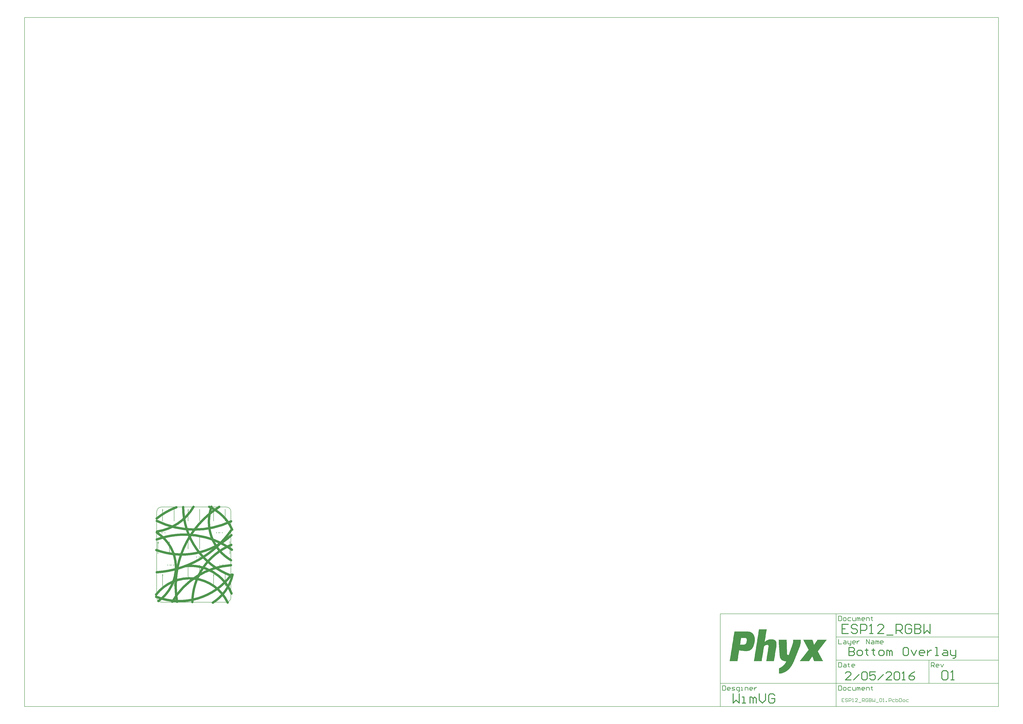
<source format=gbo>
G04 Layer_Color=32896*
%FSLAX25Y25*%
%MOIN*%
G70*
G01*
G75*
%ADD10C,0.00591*%
%ADD11C,0.00787*%
%ADD12C,0.00984*%
%ADD40C,0.01575*%
%ADD84C,0.03937*%
G36*
X1093521Y-64032D02*
Y-64318D01*
Y-64605D01*
Y-64891D01*
Y-65177D01*
Y-65464D01*
Y-65750D01*
Y-66036D01*
Y-66322D01*
Y-66609D01*
Y-66895D01*
Y-67181D01*
Y-67468D01*
Y-67754D01*
Y-68040D01*
Y-68327D01*
Y-68613D01*
Y-68899D01*
Y-69186D01*
Y-69472D01*
Y-69758D01*
X1093234D01*
Y-70044D01*
Y-70331D01*
Y-70617D01*
Y-70903D01*
Y-71190D01*
X1092948D01*
Y-71476D01*
Y-71762D01*
Y-72049D01*
Y-72335D01*
X1092662D01*
Y-72621D01*
Y-72908D01*
Y-73194D01*
Y-73480D01*
X1092375D01*
Y-73767D01*
Y-74053D01*
Y-74339D01*
X1092089D01*
Y-74625D01*
Y-74912D01*
Y-75198D01*
X1091803D01*
Y-75485D01*
Y-75771D01*
Y-76057D01*
X1091516D01*
Y-76343D01*
Y-76630D01*
Y-76916D01*
X1091230D01*
Y-77202D01*
Y-77489D01*
X1090944D01*
Y-77775D01*
Y-78061D01*
X1090657D01*
Y-78348D01*
Y-78634D01*
Y-78920D01*
X1090371D01*
Y-79207D01*
Y-79493D01*
X1090085D01*
Y-79779D01*
Y-80066D01*
Y-80352D01*
X1089799D01*
Y-80638D01*
Y-80924D01*
X1089512D01*
Y-81211D01*
Y-81497D01*
Y-81783D01*
X1089226D01*
Y-82070D01*
Y-82356D01*
X1088939D01*
Y-82642D01*
Y-82929D01*
Y-83215D01*
X1088653D01*
Y-83501D01*
Y-83788D01*
X1088367D01*
Y-84074D01*
Y-84360D01*
Y-84646D01*
X1088081D01*
Y-84933D01*
Y-85219D01*
X1087794D01*
Y-85505D01*
Y-85792D01*
Y-86078D01*
X1087508D01*
Y-86364D01*
Y-86651D01*
X1087222D01*
Y-86937D01*
Y-87223D01*
Y-87510D01*
X1086935D01*
Y-87796D01*
Y-88082D01*
X1086649D01*
Y-88369D01*
Y-88655D01*
Y-88941D01*
X1086363D01*
Y-89227D01*
Y-89514D01*
X1086076D01*
Y-89800D01*
Y-90086D01*
Y-90373D01*
X1085790D01*
Y-90659D01*
Y-90945D01*
X1085504D01*
Y-91232D01*
Y-91518D01*
Y-91804D01*
X1085217D01*
Y-92091D01*
Y-92377D01*
X1084931D01*
Y-92663D01*
Y-92950D01*
Y-93236D01*
X1084645D01*
Y-93522D01*
Y-93809D01*
X1084359D01*
Y-94095D01*
Y-94381D01*
Y-94667D01*
X1084072D01*
Y-94954D01*
Y-95240D01*
X1083786D01*
Y-95526D01*
Y-95813D01*
Y-96099D01*
X1083500D01*
Y-96385D01*
Y-96672D01*
X1083213D01*
Y-96958D01*
Y-97244D01*
Y-97531D01*
X1082927D01*
Y-97817D01*
Y-98103D01*
X1082641D01*
Y-98390D01*
Y-98676D01*
Y-98962D01*
X1082354D01*
Y-99248D01*
Y-99535D01*
X1082068D01*
Y-99821D01*
Y-100107D01*
Y-100394D01*
X1081782D01*
Y-100680D01*
Y-100966D01*
X1081495D01*
Y-101253D01*
Y-101539D01*
X1081209D01*
Y-101825D01*
Y-102112D01*
X1080923D01*
Y-102398D01*
Y-102684D01*
Y-102971D01*
X1080637D01*
Y-103257D01*
X1080350D01*
Y-103543D01*
Y-103829D01*
Y-104116D01*
X1080064D01*
Y-104402D01*
X1079778D01*
Y-104688D01*
Y-104975D01*
X1079491D01*
Y-105261D01*
Y-105547D01*
X1079205D01*
Y-105834D01*
Y-106120D01*
X1078919D01*
Y-106406D01*
Y-106693D01*
X1078632D01*
Y-106979D01*
X1078346D01*
Y-107265D01*
Y-107552D01*
X1078060D01*
Y-107838D01*
Y-108124D01*
X1077773D01*
Y-108410D01*
X1077487D01*
Y-108697D01*
X1077201D01*
Y-108983D01*
Y-109269D01*
X1076914D01*
Y-109556D01*
X1076628D01*
Y-109842D01*
Y-110128D01*
X1076342D01*
Y-110415D01*
X1076056D01*
Y-110701D01*
X1075769D01*
Y-110987D01*
Y-111274D01*
X1075483D01*
Y-111560D01*
X1075196D01*
Y-111846D01*
X1074910D01*
Y-112133D01*
X1074624D01*
Y-112419D01*
X1074338D01*
Y-112705D01*
Y-112991D01*
X1074051D01*
Y-113278D01*
X1073765D01*
Y-113564D01*
X1073479D01*
Y-113850D01*
X1073192D01*
Y-114137D01*
X1072906D01*
Y-114423D01*
X1072620D01*
Y-114709D01*
X1072333D01*
Y-114996D01*
X1071761D01*
Y-115282D01*
X1071474D01*
Y-115568D01*
X1071188D01*
Y-115855D01*
X1070902D01*
Y-116141D01*
X1070615D01*
Y-116427D01*
X1070043D01*
Y-116714D01*
X1069757D01*
Y-117000D01*
X1069184D01*
Y-117286D01*
X1068898D01*
Y-117572D01*
X1068325D01*
Y-117859D01*
X1068039D01*
Y-118145D01*
X1067466D01*
Y-118431D01*
X1066893D01*
Y-118718D01*
X1066321D01*
Y-119004D01*
X1065748D01*
Y-119290D01*
X1065176D01*
Y-119577D01*
X1064317D01*
Y-119863D01*
X1063744D01*
Y-120149D01*
X1062885D01*
Y-120436D01*
X1061740D01*
Y-120722D01*
X1060595D01*
Y-121008D01*
X1058877D01*
Y-121294D01*
X1056872D01*
Y-121581D01*
X1056586D01*
Y-121294D01*
Y-121008D01*
Y-120722D01*
Y-120436D01*
Y-120149D01*
Y-119863D01*
Y-119577D01*
Y-119290D01*
Y-119004D01*
Y-118718D01*
Y-118431D01*
Y-118145D01*
Y-117859D01*
Y-117572D01*
Y-117286D01*
Y-117000D01*
Y-116714D01*
Y-116427D01*
Y-116141D01*
Y-115855D01*
Y-115568D01*
Y-115282D01*
Y-114996D01*
Y-114709D01*
Y-114423D01*
Y-114137D01*
Y-113850D01*
Y-113564D01*
Y-113278D01*
Y-112991D01*
Y-112705D01*
Y-112419D01*
Y-112133D01*
X1057159D01*
Y-111846D01*
X1057731D01*
Y-111560D01*
X1058304D01*
Y-111274D01*
X1058877D01*
Y-110987D01*
X1059449D01*
Y-110701D01*
X1060022D01*
Y-110415D01*
X1060308D01*
Y-110128D01*
X1060881D01*
Y-109842D01*
X1061167D01*
Y-109556D01*
X1061740D01*
Y-109269D01*
X1062026D01*
Y-108983D01*
X1062312D01*
Y-108697D01*
X1062885D01*
Y-108410D01*
X1063171D01*
Y-108124D01*
X1063458D01*
Y-107838D01*
X1063744D01*
Y-107552D01*
X1064030D01*
Y-107265D01*
X1064317D01*
Y-106979D01*
X1064603D01*
Y-106693D01*
X1064889D01*
Y-106406D01*
X1065176D01*
Y-106120D01*
X1065462D01*
Y-105834D01*
X1065748D01*
Y-105547D01*
X1066035D01*
Y-105261D01*
Y-104975D01*
X1066321D01*
Y-104688D01*
X1066607D01*
Y-104402D01*
X1066893D01*
Y-104116D01*
Y-103829D01*
X1067180D01*
Y-103543D01*
X1067466D01*
Y-103257D01*
Y-102971D01*
X1067752D01*
Y-102684D01*
Y-102398D01*
X1068039D01*
Y-102112D01*
X1068325D01*
Y-101825D01*
Y-101539D01*
X1068611D01*
Y-101253D01*
Y-100966D01*
X1068898D01*
Y-100680D01*
Y-100394D01*
X1067180D01*
Y-100107D01*
X1065176D01*
Y-99821D01*
X1064030D01*
Y-99535D01*
X1063458D01*
Y-99248D01*
X1062599D01*
Y-98962D01*
X1062026D01*
Y-98676D01*
X1061740D01*
Y-98390D01*
X1061167D01*
Y-98103D01*
X1060881D01*
Y-97817D01*
X1060595D01*
Y-97531D01*
X1060308D01*
Y-97244D01*
X1060022D01*
Y-96958D01*
X1059736D01*
Y-96672D01*
Y-96385D01*
X1059449D01*
Y-96099D01*
X1059163D01*
Y-95813D01*
Y-95526D01*
X1058877D01*
Y-95240D01*
Y-94954D01*
X1058590D01*
Y-94667D01*
Y-94381D01*
X1058304D01*
Y-94095D01*
Y-93809D01*
Y-93522D01*
X1058018D01*
Y-93236D01*
Y-92950D01*
Y-92663D01*
Y-92377D01*
X1057731D01*
Y-92091D01*
Y-91804D01*
Y-91518D01*
Y-91232D01*
Y-90945D01*
Y-90659D01*
Y-90373D01*
X1057445D01*
Y-90086D01*
Y-89800D01*
Y-89514D01*
Y-89227D01*
Y-88941D01*
Y-88655D01*
Y-88369D01*
Y-88082D01*
Y-87796D01*
Y-87510D01*
Y-87223D01*
Y-86937D01*
Y-86651D01*
Y-86364D01*
Y-86078D01*
X1057159D01*
Y-85792D01*
Y-85505D01*
Y-85219D01*
Y-84933D01*
Y-84646D01*
Y-84360D01*
Y-84074D01*
Y-83788D01*
Y-83501D01*
Y-83215D01*
Y-82929D01*
Y-82642D01*
Y-82356D01*
Y-82070D01*
Y-81783D01*
X1056872D01*
Y-81497D01*
Y-81211D01*
Y-80924D01*
Y-80638D01*
Y-80352D01*
Y-80066D01*
Y-79779D01*
Y-79493D01*
Y-79207D01*
Y-78920D01*
Y-78634D01*
Y-78348D01*
Y-78061D01*
Y-77775D01*
Y-77489D01*
Y-77202D01*
X1056586D01*
Y-76916D01*
Y-76630D01*
Y-76343D01*
Y-76057D01*
Y-75771D01*
Y-75485D01*
Y-75198D01*
Y-74912D01*
Y-74625D01*
Y-74339D01*
Y-74053D01*
Y-73767D01*
Y-73480D01*
Y-73194D01*
Y-72908D01*
Y-72621D01*
X1056300D01*
Y-72335D01*
Y-72049D01*
Y-71762D01*
Y-71476D01*
Y-71190D01*
Y-70903D01*
Y-70617D01*
Y-70331D01*
Y-70044D01*
Y-69758D01*
Y-69472D01*
Y-69186D01*
Y-68899D01*
Y-68613D01*
X1056014D01*
Y-68327D01*
Y-68040D01*
Y-67754D01*
Y-67468D01*
Y-67181D01*
Y-66895D01*
Y-66609D01*
Y-66322D01*
Y-66036D01*
Y-65750D01*
Y-65464D01*
Y-65177D01*
Y-64891D01*
Y-64605D01*
Y-64318D01*
Y-64032D01*
X1055727D01*
Y-63746D01*
X1069470D01*
Y-64032D01*
Y-64318D01*
Y-64605D01*
Y-64891D01*
Y-65177D01*
Y-65464D01*
Y-65750D01*
Y-66036D01*
Y-66322D01*
Y-66609D01*
Y-66895D01*
Y-67181D01*
Y-67468D01*
Y-67754D01*
X1069757D01*
Y-68040D01*
Y-68327D01*
Y-68613D01*
Y-68899D01*
Y-69186D01*
Y-69472D01*
Y-69758D01*
Y-70044D01*
Y-70331D01*
Y-70617D01*
Y-70903D01*
Y-71190D01*
Y-71476D01*
Y-71762D01*
Y-72049D01*
Y-72335D01*
Y-72621D01*
Y-72908D01*
Y-73194D01*
Y-73480D01*
Y-73767D01*
Y-74053D01*
Y-74339D01*
Y-74625D01*
Y-74912D01*
Y-75198D01*
Y-75485D01*
Y-75771D01*
Y-76057D01*
Y-76343D01*
Y-76630D01*
Y-76916D01*
Y-77202D01*
Y-77489D01*
Y-77775D01*
Y-78061D01*
Y-78348D01*
Y-78634D01*
Y-78920D01*
Y-79207D01*
Y-79493D01*
X1070043D01*
Y-79779D01*
X1069757D01*
Y-80066D01*
Y-80352D01*
X1070043D01*
Y-80638D01*
Y-80924D01*
Y-81211D01*
Y-81497D01*
Y-81783D01*
Y-82070D01*
Y-82356D01*
Y-82642D01*
Y-82929D01*
Y-83215D01*
Y-83501D01*
Y-83788D01*
Y-84074D01*
Y-84360D01*
Y-84646D01*
Y-84933D01*
Y-85219D01*
Y-85505D01*
Y-85792D01*
Y-86078D01*
Y-86364D01*
Y-86651D01*
Y-86937D01*
Y-87223D01*
Y-87510D01*
Y-87796D01*
X1070329D01*
Y-88082D01*
Y-88369D01*
Y-88655D01*
X1070615D01*
Y-88941D01*
X1070902D01*
Y-89227D01*
X1071188D01*
Y-89514D01*
X1072047D01*
Y-89800D01*
X1072906D01*
Y-89514D01*
X1073192D01*
Y-89227D01*
Y-88941D01*
Y-88655D01*
X1073479D01*
Y-88369D01*
Y-88082D01*
X1073765D01*
Y-87796D01*
Y-87510D01*
Y-87223D01*
X1074051D01*
Y-86937D01*
Y-86651D01*
Y-86364D01*
X1074338D01*
Y-86078D01*
Y-85792D01*
Y-85505D01*
X1074624D01*
Y-85219D01*
Y-84933D01*
Y-84646D01*
X1074910D01*
Y-84360D01*
Y-84074D01*
X1075196D01*
Y-83788D01*
Y-83501D01*
Y-83215D01*
X1075483D01*
Y-82929D01*
Y-82642D01*
Y-82356D01*
X1075769D01*
Y-82070D01*
Y-81783D01*
Y-81497D01*
X1076056D01*
Y-81211D01*
Y-80924D01*
X1076342D01*
Y-80638D01*
Y-80352D01*
Y-80066D01*
X1076628D01*
Y-79779D01*
Y-79493D01*
Y-79207D01*
X1076914D01*
Y-78920D01*
Y-78634D01*
Y-78348D01*
X1077201D01*
Y-78061D01*
Y-77775D01*
X1077487D01*
Y-77489D01*
Y-77202D01*
Y-76916D01*
X1077773D01*
Y-76630D01*
Y-76343D01*
Y-76057D01*
X1078060D01*
Y-75771D01*
Y-75485D01*
Y-75198D01*
X1078346D01*
Y-74912D01*
Y-74625D01*
X1078632D01*
Y-74339D01*
Y-74053D01*
Y-73767D01*
X1078919D01*
Y-73480D01*
Y-73194D01*
Y-72908D01*
X1079205D01*
Y-72621D01*
Y-72335D01*
Y-72049D01*
X1079491D01*
Y-71762D01*
Y-71476D01*
Y-71190D01*
Y-70903D01*
X1079778D01*
Y-70617D01*
Y-70331D01*
Y-70044D01*
Y-69758D01*
X1080064D01*
Y-69472D01*
Y-69186D01*
Y-68899D01*
Y-68613D01*
Y-68327D01*
X1080350D01*
Y-68040D01*
Y-67754D01*
Y-67468D01*
Y-67181D01*
Y-66895D01*
Y-66609D01*
X1080637D01*
Y-66322D01*
Y-66036D01*
Y-65750D01*
Y-65464D01*
Y-65177D01*
Y-64891D01*
Y-64605D01*
Y-64318D01*
Y-64032D01*
Y-63746D01*
X1093521D01*
Y-64032D01*
D02*
G37*
G36*
X1035685Y-46567D02*
Y-46853D01*
X1035399D01*
Y-47139D01*
Y-47426D01*
Y-47712D01*
Y-47998D01*
Y-48285D01*
Y-48571D01*
X1035113D01*
Y-48857D01*
Y-49144D01*
Y-49430D01*
Y-49716D01*
Y-50003D01*
Y-50289D01*
X1034826D01*
Y-50575D01*
Y-50862D01*
Y-51148D01*
Y-51434D01*
Y-51720D01*
Y-52007D01*
Y-52293D01*
X1034540D01*
Y-52579D01*
Y-52866D01*
Y-53152D01*
Y-53438D01*
Y-53725D01*
Y-54011D01*
X1034254D01*
Y-54297D01*
Y-54584D01*
Y-54870D01*
Y-55156D01*
Y-55443D01*
Y-55729D01*
X1033967D01*
Y-56015D01*
Y-56301D01*
Y-56588D01*
Y-56874D01*
Y-57161D01*
Y-57447D01*
Y-57733D01*
X1033681D01*
Y-58019D01*
Y-58306D01*
Y-58592D01*
Y-58878D01*
Y-59165D01*
Y-59451D01*
X1033395D01*
Y-59737D01*
Y-60024D01*
Y-60310D01*
Y-60596D01*
Y-60883D01*
Y-61169D01*
X1033109D01*
Y-61455D01*
Y-61742D01*
Y-62028D01*
Y-62314D01*
Y-62600D01*
Y-62887D01*
X1032822D01*
Y-63173D01*
Y-63459D01*
Y-63746D01*
Y-64032D01*
Y-64318D01*
Y-64605D01*
Y-64891D01*
X1032536D01*
Y-65177D01*
Y-65464D01*
Y-65750D01*
Y-66036D01*
Y-66322D01*
Y-66609D01*
X1032250D01*
Y-66895D01*
Y-67181D01*
X1032822D01*
Y-66895D01*
X1033109D01*
Y-66609D01*
X1033395D01*
Y-66322D01*
X1033967D01*
Y-66036D01*
X1034254D01*
Y-65750D01*
X1034540D01*
Y-65464D01*
X1035113D01*
Y-65177D01*
X1035685D01*
Y-64891D01*
X1035972D01*
Y-64605D01*
X1036544D01*
Y-64318D01*
X1037403D01*
Y-64032D01*
X1037976D01*
Y-63746D01*
X1038835D01*
Y-63459D01*
X1040266D01*
Y-63173D01*
X1046565D01*
Y-63459D01*
X1047711D01*
Y-63746D01*
X1048569D01*
Y-64032D01*
X1049142D01*
Y-64318D01*
X1049428D01*
Y-64605D01*
X1050001D01*
Y-64891D01*
X1050287D01*
Y-65177D01*
X1050574D01*
Y-65464D01*
X1050860D01*
Y-65750D01*
X1051146D01*
Y-66036D01*
Y-66322D01*
X1051433D01*
Y-66609D01*
Y-66895D01*
X1051719D01*
Y-67181D01*
Y-67468D01*
Y-67754D01*
X1052005D01*
Y-68040D01*
Y-68327D01*
Y-68613D01*
Y-68899D01*
X1052291D01*
Y-69186D01*
Y-69472D01*
Y-69758D01*
Y-70044D01*
Y-70331D01*
Y-70617D01*
Y-70903D01*
Y-71190D01*
Y-71476D01*
Y-71762D01*
Y-72049D01*
Y-72335D01*
Y-72621D01*
Y-72908D01*
Y-73194D01*
Y-73480D01*
Y-73767D01*
Y-74053D01*
X1052005D01*
Y-74339D01*
Y-74625D01*
Y-74912D01*
Y-75198D01*
Y-75485D01*
Y-75771D01*
Y-76057D01*
X1051719D01*
Y-76343D01*
Y-76630D01*
Y-76916D01*
Y-77202D01*
Y-77489D01*
Y-77775D01*
Y-78061D01*
X1051433D01*
Y-78348D01*
Y-78634D01*
Y-78920D01*
Y-79207D01*
Y-79493D01*
Y-79779D01*
X1051146D01*
Y-80066D01*
Y-80352D01*
Y-80638D01*
Y-80924D01*
Y-81211D01*
Y-81497D01*
X1050860D01*
Y-81783D01*
Y-82070D01*
Y-82356D01*
Y-82642D01*
Y-82929D01*
Y-83215D01*
X1050574D01*
Y-83501D01*
Y-83788D01*
Y-84074D01*
Y-84360D01*
Y-84646D01*
Y-84933D01*
Y-85219D01*
X1050287D01*
Y-85505D01*
Y-85792D01*
Y-86078D01*
Y-86364D01*
Y-86651D01*
Y-86937D01*
X1050001D01*
Y-87223D01*
Y-87510D01*
Y-87796D01*
Y-88082D01*
Y-88369D01*
Y-88655D01*
X1049715D01*
Y-88941D01*
Y-89227D01*
Y-89514D01*
Y-89800D01*
Y-90086D01*
Y-90373D01*
Y-90659D01*
X1049428D01*
Y-90945D01*
Y-91232D01*
Y-91518D01*
Y-91804D01*
Y-92091D01*
Y-92377D01*
X1049142D01*
Y-92663D01*
Y-92950D01*
Y-93236D01*
Y-93522D01*
Y-93809D01*
Y-94095D01*
X1048856D01*
Y-94381D01*
Y-94667D01*
Y-94954D01*
Y-95240D01*
Y-95526D01*
Y-95813D01*
X1048569D01*
Y-96099D01*
Y-96385D01*
Y-96672D01*
Y-96958D01*
Y-97244D01*
Y-97531D01*
Y-97817D01*
X1048283D01*
Y-98103D01*
Y-98390D01*
Y-98676D01*
Y-98962D01*
Y-99248D01*
Y-99535D01*
X1047997D01*
Y-99821D01*
Y-100107D01*
X1034826D01*
Y-99821D01*
Y-99535D01*
X1035113D01*
Y-99248D01*
Y-98962D01*
Y-98676D01*
Y-98390D01*
Y-98103D01*
Y-97817D01*
X1035399D01*
Y-97531D01*
Y-97244D01*
Y-96958D01*
Y-96672D01*
Y-96385D01*
Y-96099D01*
Y-95813D01*
X1035685D01*
Y-95526D01*
Y-95240D01*
Y-94954D01*
Y-94667D01*
Y-94381D01*
Y-94095D01*
X1035972D01*
Y-93809D01*
Y-93522D01*
Y-93236D01*
Y-92950D01*
Y-92663D01*
Y-92377D01*
X1036258D01*
Y-92091D01*
Y-91804D01*
Y-91518D01*
Y-91232D01*
Y-90945D01*
Y-90659D01*
Y-90373D01*
X1036544D01*
Y-90086D01*
Y-89800D01*
Y-89514D01*
Y-89227D01*
Y-88941D01*
Y-88655D01*
X1036831D01*
Y-88369D01*
Y-88082D01*
Y-87796D01*
Y-87510D01*
Y-87223D01*
Y-86937D01*
Y-86651D01*
X1037117D01*
Y-86364D01*
Y-86078D01*
Y-85792D01*
Y-85505D01*
Y-85219D01*
Y-84933D01*
X1037403D01*
Y-84646D01*
Y-84360D01*
Y-84074D01*
Y-83788D01*
Y-83501D01*
Y-83215D01*
X1037689D01*
Y-82929D01*
Y-82642D01*
Y-82356D01*
Y-82070D01*
Y-81783D01*
Y-81497D01*
X1037976D01*
Y-81211D01*
Y-80924D01*
Y-80638D01*
Y-80352D01*
Y-80066D01*
Y-79779D01*
Y-79493D01*
X1038262D01*
Y-79207D01*
Y-78920D01*
Y-78634D01*
Y-78348D01*
Y-78061D01*
Y-77775D01*
X1038548D01*
Y-77489D01*
Y-77202D01*
Y-76916D01*
Y-76630D01*
Y-76343D01*
Y-76057D01*
Y-75771D01*
X1038835D01*
Y-75485D01*
Y-75198D01*
Y-74912D01*
Y-74625D01*
Y-74339D01*
Y-74053D01*
X1038548D01*
Y-73767D01*
Y-73480D01*
X1038262D01*
Y-73194D01*
X1037976D01*
Y-72908D01*
X1037403D01*
Y-72621D01*
X1035685D01*
Y-72908D01*
X1034254D01*
Y-73194D01*
X1033395D01*
Y-73480D01*
X1032822D01*
Y-73767D01*
X1032536D01*
Y-74053D01*
X1031963D01*
Y-74339D01*
X1031677D01*
Y-74625D01*
X1031391D01*
Y-74912D01*
Y-75198D01*
X1031104D01*
Y-75485D01*
Y-75771D01*
Y-76057D01*
X1030818D01*
Y-76343D01*
Y-76630D01*
Y-76916D01*
Y-77202D01*
Y-77489D01*
Y-77775D01*
X1030532D01*
Y-78061D01*
Y-78348D01*
Y-78634D01*
Y-78920D01*
Y-79207D01*
Y-79493D01*
Y-79779D01*
X1030245D01*
Y-80066D01*
Y-80352D01*
Y-80638D01*
Y-80924D01*
Y-81211D01*
Y-81497D01*
X1029959D01*
Y-81783D01*
Y-82070D01*
Y-82356D01*
Y-82642D01*
Y-82929D01*
Y-83215D01*
X1029673D01*
Y-83501D01*
Y-83788D01*
Y-84074D01*
Y-84360D01*
Y-84646D01*
Y-84933D01*
X1029387D01*
Y-85219D01*
Y-85505D01*
Y-85792D01*
Y-86078D01*
Y-86364D01*
Y-86651D01*
Y-86937D01*
X1029100D01*
Y-87223D01*
Y-87510D01*
Y-87796D01*
Y-88082D01*
Y-88369D01*
Y-88655D01*
X1028814D01*
Y-88941D01*
Y-89227D01*
Y-89514D01*
Y-89800D01*
Y-90086D01*
Y-90373D01*
X1028528D01*
Y-90659D01*
Y-90945D01*
Y-91232D01*
Y-91518D01*
Y-91804D01*
Y-92091D01*
Y-92377D01*
X1028241D01*
Y-92663D01*
Y-92950D01*
Y-93236D01*
Y-93522D01*
Y-93809D01*
Y-94095D01*
X1027955D01*
Y-94381D01*
Y-94667D01*
Y-94954D01*
Y-95240D01*
Y-95526D01*
Y-95813D01*
X1027669D01*
Y-96099D01*
Y-96385D01*
Y-96672D01*
Y-96958D01*
Y-97244D01*
Y-97531D01*
X1027382D01*
Y-97817D01*
Y-98103D01*
Y-98390D01*
Y-98676D01*
Y-98962D01*
Y-99248D01*
Y-99535D01*
X1027096D01*
Y-99821D01*
Y-100107D01*
X1013926D01*
Y-99821D01*
Y-99535D01*
X1014212D01*
Y-99248D01*
Y-98962D01*
Y-98676D01*
Y-98390D01*
Y-98103D01*
Y-97817D01*
Y-97531D01*
X1014498D01*
Y-97244D01*
Y-96958D01*
Y-96672D01*
Y-96385D01*
Y-96099D01*
Y-95813D01*
X1014785D01*
Y-95526D01*
Y-95240D01*
Y-94954D01*
Y-94667D01*
Y-94381D01*
Y-94095D01*
X1015071D01*
Y-93809D01*
Y-93522D01*
Y-93236D01*
Y-92950D01*
Y-92663D01*
Y-92377D01*
Y-92091D01*
X1015357D01*
Y-91804D01*
Y-91518D01*
Y-91232D01*
Y-90945D01*
Y-90659D01*
Y-90373D01*
X1015643D01*
Y-90086D01*
Y-89800D01*
Y-89514D01*
Y-89227D01*
Y-88941D01*
Y-88655D01*
X1015930D01*
Y-88369D01*
Y-88082D01*
Y-87796D01*
Y-87510D01*
Y-87223D01*
Y-86937D01*
X1016216D01*
Y-86651D01*
Y-86364D01*
Y-86078D01*
Y-85792D01*
Y-85505D01*
Y-85219D01*
Y-84933D01*
X1016502D01*
Y-84646D01*
Y-84360D01*
Y-84074D01*
Y-83788D01*
Y-83501D01*
Y-83215D01*
X1016789D01*
Y-82929D01*
Y-82642D01*
Y-82356D01*
Y-82070D01*
Y-81783D01*
Y-81497D01*
X1017075D01*
Y-81211D01*
Y-80924D01*
Y-80638D01*
Y-80352D01*
Y-80066D01*
Y-79779D01*
Y-79493D01*
X1017361D01*
Y-79207D01*
Y-78920D01*
Y-78634D01*
Y-78348D01*
Y-78061D01*
Y-77775D01*
X1017648D01*
Y-77489D01*
Y-77202D01*
Y-76916D01*
Y-76630D01*
Y-76343D01*
Y-76057D01*
X1017934D01*
Y-75771D01*
Y-75485D01*
Y-75198D01*
Y-74912D01*
Y-74625D01*
Y-74339D01*
X1018220D01*
Y-74053D01*
Y-73767D01*
Y-73480D01*
Y-73194D01*
Y-72908D01*
Y-72621D01*
Y-72335D01*
X1018507D01*
Y-72049D01*
Y-71762D01*
Y-71476D01*
Y-71190D01*
Y-70903D01*
Y-70617D01*
X1018793D01*
Y-70331D01*
Y-70044D01*
Y-69758D01*
Y-69472D01*
Y-69186D01*
Y-68899D01*
X1019079D01*
Y-68613D01*
Y-68327D01*
Y-68040D01*
Y-67754D01*
Y-67468D01*
Y-67181D01*
X1019366D01*
Y-66895D01*
Y-66609D01*
Y-66322D01*
Y-66036D01*
Y-65750D01*
Y-65464D01*
Y-65177D01*
X1019652D01*
Y-64891D01*
Y-64605D01*
Y-64318D01*
Y-64032D01*
Y-63746D01*
Y-63459D01*
X1019938D01*
Y-63173D01*
Y-62887D01*
Y-62600D01*
Y-62314D01*
Y-62028D01*
Y-61742D01*
X1020224D01*
Y-61455D01*
Y-61169D01*
Y-60883D01*
Y-60596D01*
Y-60310D01*
Y-60024D01*
Y-59737D01*
X1020511D01*
Y-59451D01*
Y-59165D01*
Y-58878D01*
Y-58592D01*
Y-58306D01*
Y-58019D01*
X1020797D01*
Y-57733D01*
Y-57447D01*
Y-57161D01*
Y-56874D01*
Y-56588D01*
Y-56301D01*
X1021083D01*
Y-56015D01*
Y-55729D01*
Y-55443D01*
Y-55156D01*
Y-54870D01*
Y-54584D01*
X1021370D01*
Y-54297D01*
Y-54011D01*
Y-53725D01*
Y-53438D01*
Y-53152D01*
Y-52866D01*
Y-52579D01*
X1021656D01*
Y-52293D01*
Y-52007D01*
Y-51720D01*
Y-51434D01*
Y-51148D01*
Y-50862D01*
X1021942D01*
Y-50575D01*
Y-50289D01*
Y-50003D01*
Y-49716D01*
Y-49430D01*
Y-49144D01*
X1022229D01*
Y-48857D01*
Y-48571D01*
Y-48285D01*
Y-47998D01*
Y-47712D01*
Y-47426D01*
Y-47139D01*
X1022515D01*
Y-46853D01*
Y-46567D01*
Y-46281D01*
X1035685D01*
Y-46567D01*
D02*
G37*
G36*
X1004477Y-50003D02*
X1006195D01*
Y-50289D01*
X1007054D01*
Y-50575D01*
X1007913D01*
Y-50862D01*
X1008772D01*
Y-51148D01*
X1009345D01*
Y-51434D01*
X1009631D01*
Y-51720D01*
X1010203D01*
Y-52007D01*
X1010490D01*
Y-52293D01*
X1011062D01*
Y-52579D01*
X1011349D01*
Y-52866D01*
X1011635D01*
Y-53152D01*
X1011921D01*
Y-53438D01*
X1012208D01*
Y-53725D01*
X1012494D01*
Y-54011D01*
X1012780D01*
Y-54297D01*
Y-54584D01*
X1013067D01*
Y-54870D01*
X1013353D01*
Y-55156D01*
Y-55443D01*
X1013639D01*
Y-55729D01*
X1013926D01*
Y-56015D01*
Y-56301D01*
X1014212D01*
Y-56588D01*
Y-56874D01*
Y-57161D01*
X1014498D01*
Y-57447D01*
Y-57733D01*
Y-58019D01*
X1014785D01*
Y-58306D01*
Y-58592D01*
Y-58878D01*
Y-59165D01*
X1015071D01*
Y-59451D01*
Y-59737D01*
Y-60024D01*
Y-60310D01*
Y-60596D01*
X1015357D01*
Y-60883D01*
Y-61169D01*
Y-61455D01*
Y-61742D01*
Y-62028D01*
Y-62314D01*
Y-62600D01*
Y-62887D01*
Y-63173D01*
Y-63459D01*
Y-63746D01*
Y-64032D01*
Y-64318D01*
Y-64605D01*
Y-64891D01*
Y-65177D01*
Y-65464D01*
Y-65750D01*
Y-66036D01*
Y-66322D01*
X1015071D01*
Y-66609D01*
Y-66895D01*
Y-67181D01*
Y-67468D01*
Y-67754D01*
Y-68040D01*
Y-68327D01*
X1014785D01*
Y-68613D01*
Y-68899D01*
Y-69186D01*
Y-69472D01*
Y-69758D01*
X1014498D01*
Y-70044D01*
Y-70331D01*
Y-70617D01*
Y-70903D01*
Y-71190D01*
X1014212D01*
Y-71476D01*
Y-71762D01*
Y-72049D01*
X1013926D01*
Y-72335D01*
Y-72621D01*
Y-72908D01*
Y-73194D01*
X1013639D01*
Y-73480D01*
Y-73767D01*
Y-74053D01*
X1013353D01*
Y-74339D01*
Y-74625D01*
X1013067D01*
Y-74912D01*
Y-75198D01*
Y-75485D01*
X1012780D01*
Y-75771D01*
Y-76057D01*
X1012494D01*
Y-76343D01*
Y-76630D01*
X1012208D01*
Y-76916D01*
Y-77202D01*
X1011921D01*
Y-77489D01*
X1011635D01*
Y-77775D01*
Y-78061D01*
X1011349D01*
Y-78348D01*
X1011062D01*
Y-78634D01*
X1010776D01*
Y-78920D01*
Y-79207D01*
X1010490D01*
Y-79493D01*
X1010203D01*
Y-79779D01*
X1009917D01*
Y-80066D01*
X1009631D01*
Y-80352D01*
X1009345D01*
Y-80638D01*
X1008772D01*
Y-80924D01*
X1008486D01*
Y-81211D01*
X1007913D01*
Y-81497D01*
X1007627D01*
Y-81783D01*
X1007054D01*
Y-82070D01*
X1006195D01*
Y-82356D01*
X1005336D01*
Y-82642D01*
X1004477D01*
Y-82929D01*
X1002759D01*
Y-83215D01*
X997606D01*
Y-82929D01*
X995029D01*
Y-82642D01*
X993025D01*
Y-82356D01*
X991593D01*
Y-82070D01*
X990162D01*
Y-81783D01*
X988730D01*
Y-82070D01*
Y-82356D01*
Y-82642D01*
Y-82929D01*
Y-83215D01*
Y-83501D01*
Y-83788D01*
X988444D01*
Y-84074D01*
Y-84360D01*
Y-84646D01*
Y-84933D01*
Y-85219D01*
Y-85505D01*
X988157D01*
Y-85792D01*
Y-86078D01*
Y-86364D01*
Y-86651D01*
Y-86937D01*
Y-87223D01*
X987871D01*
Y-87510D01*
Y-87796D01*
Y-88082D01*
Y-88369D01*
Y-88655D01*
Y-88941D01*
Y-89227D01*
X987585D01*
Y-89514D01*
Y-89800D01*
Y-90086D01*
Y-90373D01*
Y-90659D01*
Y-90945D01*
X987298D01*
Y-91232D01*
Y-91518D01*
Y-91804D01*
Y-92091D01*
Y-92377D01*
Y-92663D01*
X987012D01*
Y-92950D01*
Y-93236D01*
Y-93522D01*
Y-93809D01*
Y-94095D01*
Y-94381D01*
Y-94667D01*
X986726D01*
Y-94954D01*
Y-95240D01*
Y-95526D01*
Y-95813D01*
Y-96099D01*
Y-96385D01*
X986440D01*
Y-96672D01*
Y-96958D01*
Y-97244D01*
Y-97531D01*
Y-97817D01*
Y-98103D01*
X986153D01*
Y-98390D01*
Y-98676D01*
Y-98962D01*
Y-99248D01*
Y-99535D01*
Y-99821D01*
Y-100107D01*
X972696D01*
Y-99821D01*
X972983D01*
Y-99535D01*
Y-99248D01*
Y-98962D01*
Y-98676D01*
Y-98390D01*
X973269D01*
Y-98103D01*
Y-97817D01*
Y-97531D01*
Y-97244D01*
Y-96958D01*
Y-96672D01*
Y-96385D01*
X973555D01*
Y-96099D01*
Y-95813D01*
Y-95526D01*
Y-95240D01*
Y-94954D01*
Y-94667D01*
X973842D01*
Y-94381D01*
Y-94095D01*
Y-93809D01*
Y-93522D01*
Y-93236D01*
Y-92950D01*
X974128D01*
Y-92663D01*
Y-92377D01*
Y-92091D01*
Y-91804D01*
Y-91518D01*
Y-91232D01*
Y-90945D01*
X974414D01*
Y-90659D01*
Y-90373D01*
Y-90086D01*
Y-89800D01*
Y-89514D01*
Y-89227D01*
X974701D01*
Y-88941D01*
Y-88655D01*
Y-88369D01*
Y-88082D01*
Y-87796D01*
Y-87510D01*
X974987D01*
Y-87223D01*
Y-86937D01*
Y-86651D01*
Y-86364D01*
Y-86078D01*
Y-85792D01*
X975273D01*
Y-85505D01*
Y-85219D01*
Y-84933D01*
Y-84646D01*
Y-84360D01*
Y-84074D01*
Y-83788D01*
X975560D01*
Y-83501D01*
Y-83215D01*
Y-82929D01*
Y-82642D01*
Y-82356D01*
Y-82070D01*
X975846D01*
Y-81783D01*
Y-81497D01*
Y-81211D01*
Y-80924D01*
Y-80638D01*
Y-80352D01*
X976132D01*
Y-80066D01*
Y-79779D01*
Y-79493D01*
Y-79207D01*
Y-78920D01*
Y-78634D01*
X976419D01*
Y-78348D01*
Y-78061D01*
Y-77775D01*
Y-77489D01*
Y-77202D01*
Y-76916D01*
Y-76630D01*
X976705D01*
Y-76343D01*
Y-76057D01*
Y-75771D01*
Y-75485D01*
Y-75198D01*
Y-74912D01*
X976991D01*
Y-74625D01*
Y-74339D01*
Y-74053D01*
Y-73767D01*
Y-73480D01*
Y-73194D01*
X977277D01*
Y-72908D01*
Y-72621D01*
Y-72335D01*
Y-72049D01*
Y-71762D01*
Y-71476D01*
Y-71190D01*
X977564D01*
Y-70903D01*
Y-70617D01*
Y-70331D01*
Y-70044D01*
Y-69758D01*
Y-69472D01*
X977850D01*
Y-69186D01*
Y-68899D01*
Y-68613D01*
Y-68327D01*
Y-68040D01*
Y-67754D01*
X978137D01*
Y-67468D01*
Y-67181D01*
Y-66895D01*
Y-66609D01*
Y-66322D01*
Y-66036D01*
X978423D01*
Y-65750D01*
Y-65464D01*
Y-65177D01*
Y-64891D01*
Y-64605D01*
Y-64318D01*
Y-64032D01*
X978709D01*
Y-63746D01*
Y-63459D01*
Y-63173D01*
Y-62887D01*
Y-62600D01*
Y-62314D01*
X978995D01*
Y-62028D01*
Y-61742D01*
Y-61455D01*
Y-61169D01*
Y-60883D01*
Y-60596D01*
X979282D01*
Y-60310D01*
Y-60024D01*
Y-59737D01*
Y-59451D01*
Y-59165D01*
Y-58878D01*
Y-58592D01*
X979568D01*
Y-58306D01*
Y-58019D01*
Y-57733D01*
Y-57447D01*
Y-57161D01*
Y-56874D01*
X979854D01*
Y-56588D01*
Y-56301D01*
Y-56015D01*
Y-55729D01*
Y-55443D01*
Y-55156D01*
X980141D01*
Y-54870D01*
Y-54584D01*
Y-54297D01*
Y-54011D01*
Y-53725D01*
Y-53438D01*
Y-53152D01*
X980427D01*
Y-52866D01*
Y-52579D01*
Y-52293D01*
Y-52007D01*
Y-51720D01*
Y-51434D01*
X980713D01*
Y-51148D01*
Y-50862D01*
Y-50575D01*
Y-50289D01*
Y-50003D01*
Y-49716D01*
X1004477D01*
Y-50003D01*
D02*
G37*
G36*
X1137613Y-64032D02*
X1137326D01*
Y-64318D01*
X1137040D01*
Y-64605D01*
Y-64891D01*
X1136754D01*
Y-65177D01*
X1136467D01*
Y-65464D01*
X1136181D01*
Y-65750D01*
Y-66036D01*
X1135895D01*
Y-66322D01*
X1135608D01*
Y-66609D01*
X1135322D01*
Y-66895D01*
X1135036D01*
Y-67181D01*
Y-67468D01*
X1134750D01*
Y-67754D01*
X1134463D01*
Y-68040D01*
X1134177D01*
Y-68327D01*
Y-68613D01*
X1133891D01*
Y-68899D01*
X1133604D01*
Y-69186D01*
X1133318D01*
Y-69472D01*
X1133032D01*
Y-69758D01*
Y-70044D01*
X1132745D01*
Y-70331D01*
X1132459D01*
Y-70617D01*
X1132173D01*
Y-70903D01*
Y-71190D01*
X1131886D01*
Y-71476D01*
X1131600D01*
Y-71762D01*
X1131314D01*
Y-72049D01*
Y-72335D01*
X1131028D01*
Y-72621D01*
X1130741D01*
Y-72908D01*
X1130455D01*
Y-73194D01*
X1130169D01*
Y-73480D01*
Y-73767D01*
X1129882D01*
Y-74053D01*
X1129596D01*
Y-74339D01*
X1129310D01*
Y-74625D01*
Y-74912D01*
X1129023D01*
Y-75198D01*
X1128737D01*
Y-75485D01*
X1128451D01*
Y-75771D01*
Y-76057D01*
X1128164D01*
Y-76343D01*
X1127878D01*
Y-76630D01*
X1127592D01*
Y-76916D01*
X1127306D01*
Y-77202D01*
Y-77489D01*
X1127019D01*
Y-77775D01*
X1126733D01*
Y-78061D01*
X1126447D01*
Y-78348D01*
Y-78634D01*
X1126160D01*
Y-78920D01*
X1125874D01*
Y-79207D01*
X1125588D01*
Y-79493D01*
Y-79779D01*
X1125301D01*
Y-80066D01*
X1125015D01*
Y-80352D01*
X1124729D01*
Y-80638D01*
X1124442D01*
Y-80924D01*
Y-81211D01*
X1124156D01*
Y-81497D01*
X1123870D01*
Y-81783D01*
X1123583D01*
Y-82070D01*
Y-82356D01*
X1123297D01*
Y-82642D01*
X1123011D01*
Y-82929D01*
X1122725D01*
Y-83215D01*
X1122438D01*
Y-83501D01*
Y-83788D01*
X1122725D01*
Y-84074D01*
Y-84360D01*
X1123011D01*
Y-84646D01*
Y-84933D01*
X1123297D01*
Y-85219D01*
X1123583D01*
Y-85505D01*
Y-85792D01*
X1123870D01*
Y-86078D01*
Y-86364D01*
X1124156D01*
Y-86651D01*
Y-86937D01*
X1124442D01*
Y-87223D01*
Y-87510D01*
X1124729D01*
Y-87796D01*
Y-88082D01*
X1125015D01*
Y-88369D01*
Y-88655D01*
X1125301D01*
Y-88941D01*
Y-89227D01*
X1125588D01*
Y-89514D01*
Y-89800D01*
X1125874D01*
Y-90086D01*
X1126160D01*
Y-90373D01*
Y-90659D01*
X1126447D01*
Y-90945D01*
Y-91232D01*
X1126733D01*
Y-91518D01*
Y-91804D01*
X1127019D01*
Y-92091D01*
Y-92377D01*
X1127306D01*
Y-92663D01*
Y-92950D01*
X1127592D01*
Y-93236D01*
Y-93522D01*
X1127878D01*
Y-93809D01*
Y-94095D01*
X1128164D01*
Y-94381D01*
X1128451D01*
Y-94667D01*
Y-94954D01*
X1128737D01*
Y-95240D01*
Y-95526D01*
X1129023D01*
Y-95813D01*
Y-96099D01*
X1129310D01*
Y-96385D01*
Y-96672D01*
X1129596D01*
Y-96958D01*
Y-97244D01*
X1129882D01*
Y-97531D01*
Y-97817D01*
X1130169D01*
Y-98103D01*
Y-98390D01*
X1130455D01*
Y-98676D01*
X1130741D01*
Y-98962D01*
Y-99248D01*
X1131028D01*
Y-99535D01*
Y-99821D01*
X1131314D01*
Y-100107D01*
X1116139D01*
Y-99821D01*
X1115853D01*
Y-99535D01*
Y-99248D01*
Y-98962D01*
X1115567D01*
Y-98676D01*
Y-98390D01*
Y-98103D01*
X1115280D01*
Y-97817D01*
Y-97531D01*
X1114994D01*
Y-97244D01*
Y-96958D01*
Y-96672D01*
X1114708D01*
Y-96385D01*
Y-96099D01*
Y-95813D01*
X1114421D01*
Y-95526D01*
Y-95240D01*
X1114135D01*
Y-94954D01*
Y-94667D01*
Y-94381D01*
X1113849D01*
Y-94095D01*
Y-93809D01*
Y-93522D01*
X1113562D01*
Y-93236D01*
Y-92950D01*
Y-92663D01*
X1113276D01*
Y-92377D01*
X1112704D01*
Y-92663D01*
Y-92950D01*
X1112417D01*
Y-93236D01*
X1112131D01*
Y-93522D01*
Y-93809D01*
X1111845D01*
Y-94095D01*
X1111558D01*
Y-94381D01*
Y-94667D01*
X1111272D01*
Y-94954D01*
X1110986D01*
Y-95240D01*
Y-95526D01*
X1110699D01*
Y-95813D01*
X1110413D01*
Y-96099D01*
X1110127D01*
Y-96385D01*
Y-96672D01*
X1109840D01*
Y-96958D01*
X1109554D01*
Y-97244D01*
Y-97531D01*
X1109268D01*
Y-97817D01*
X1108981D01*
Y-98103D01*
Y-98390D01*
X1108695D01*
Y-98676D01*
X1108409D01*
Y-98962D01*
Y-99248D01*
X1108123D01*
Y-99535D01*
X1107836D01*
Y-99821D01*
Y-100107D01*
X1091803D01*
Y-99821D01*
X1092089D01*
Y-99535D01*
X1092375D01*
Y-99248D01*
X1092662D01*
Y-98962D01*
X1092948D01*
Y-98676D01*
Y-98390D01*
X1093234D01*
Y-98103D01*
X1093521D01*
Y-97817D01*
X1093807D01*
Y-97531D01*
X1094093D01*
Y-97244D01*
Y-96958D01*
X1094380D01*
Y-96672D01*
X1094666D01*
Y-96385D01*
X1094952D01*
Y-96099D01*
Y-95813D01*
X1095238D01*
Y-95526D01*
X1095525D01*
Y-95240D01*
X1095811D01*
Y-94954D01*
X1096097D01*
Y-94667D01*
Y-94381D01*
X1096384D01*
Y-94095D01*
X1096670D01*
Y-93809D01*
X1096956D01*
Y-93522D01*
X1097243D01*
Y-93236D01*
Y-92950D01*
X1097529D01*
Y-92663D01*
X1097815D01*
Y-92377D01*
X1098102D01*
Y-92091D01*
Y-91804D01*
X1098388D01*
Y-91518D01*
X1098674D01*
Y-91232D01*
X1098960D01*
Y-90945D01*
X1099247D01*
Y-90659D01*
Y-90373D01*
X1099533D01*
Y-90086D01*
X1099819D01*
Y-89800D01*
X1100106D01*
Y-89514D01*
Y-89227D01*
X1100392D01*
Y-88941D01*
X1100678D01*
Y-88655D01*
X1100965D01*
Y-88369D01*
X1101251D01*
Y-88082D01*
Y-87796D01*
X1101537D01*
Y-87510D01*
X1101824D01*
Y-87223D01*
X1102110D01*
Y-86937D01*
Y-86651D01*
X1102396D01*
Y-86364D01*
X1102683D01*
Y-86078D01*
X1102969D01*
Y-85792D01*
X1103255D01*
Y-85505D01*
Y-85219D01*
X1103541D01*
Y-84933D01*
X1103828D01*
Y-84646D01*
X1104114D01*
Y-84360D01*
X1104400D01*
Y-84074D01*
Y-83788D01*
X1104687D01*
Y-83501D01*
X1104973D01*
Y-83215D01*
X1105259D01*
Y-82929D01*
Y-82642D01*
X1105546D01*
Y-82356D01*
X1105832D01*
Y-82070D01*
X1106118D01*
Y-81783D01*
X1106405D01*
Y-81497D01*
Y-81211D01*
X1106691D01*
Y-80924D01*
Y-80638D01*
Y-80352D01*
X1106405D01*
Y-80066D01*
X1106118D01*
Y-79779D01*
Y-79493D01*
X1105832D01*
Y-79207D01*
Y-78920D01*
X1105546D01*
Y-78634D01*
Y-78348D01*
X1105259D01*
Y-78061D01*
Y-77775D01*
X1104973D01*
Y-77489D01*
Y-77202D01*
X1104687D01*
Y-76916D01*
Y-76630D01*
X1104400D01*
Y-76343D01*
X1104114D01*
Y-76057D01*
Y-75771D01*
X1103828D01*
Y-75485D01*
Y-75198D01*
X1103541D01*
Y-74912D01*
Y-74625D01*
X1103255D01*
Y-74339D01*
Y-74053D01*
X1102969D01*
Y-73767D01*
Y-73480D01*
X1102683D01*
Y-73194D01*
Y-72908D01*
X1102396D01*
Y-72621D01*
X1102110D01*
Y-72335D01*
Y-72049D01*
X1101824D01*
Y-71762D01*
Y-71476D01*
X1101537D01*
Y-71190D01*
Y-70903D01*
X1101251D01*
Y-70617D01*
Y-70331D01*
X1100965D01*
Y-70044D01*
Y-69758D01*
X1100678D01*
Y-69472D01*
Y-69186D01*
X1100392D01*
Y-68899D01*
Y-68613D01*
X1100106D01*
Y-68327D01*
X1099819D01*
Y-68040D01*
Y-67754D01*
X1099533D01*
Y-67468D01*
Y-67181D01*
X1099247D01*
Y-66895D01*
Y-66609D01*
X1098960D01*
Y-66322D01*
Y-66036D01*
X1098674D01*
Y-65750D01*
Y-65464D01*
X1098388D01*
Y-65177D01*
Y-64891D01*
X1098102D01*
Y-64605D01*
X1097815D01*
Y-64318D01*
Y-64032D01*
X1097529D01*
Y-63746D01*
X1113276D01*
Y-64032D01*
X1113562D01*
Y-64318D01*
Y-64605D01*
Y-64891D01*
X1113849D01*
Y-65177D01*
Y-65464D01*
Y-65750D01*
X1114135D01*
Y-66036D01*
Y-66322D01*
Y-66609D01*
X1114421D01*
Y-66895D01*
Y-67181D01*
Y-67468D01*
X1114708D01*
Y-67754D01*
Y-68040D01*
Y-68327D01*
X1114994D01*
Y-68613D01*
Y-68899D01*
Y-69186D01*
X1115280D01*
Y-69472D01*
Y-69758D01*
Y-70044D01*
X1115567D01*
Y-70331D01*
Y-70617D01*
Y-70903D01*
X1115853D01*
Y-71190D01*
Y-71476D01*
Y-71762D01*
Y-72049D01*
X1116426D01*
Y-71762D01*
X1116712D01*
Y-71476D01*
X1116998D01*
Y-71190D01*
Y-70903D01*
X1117284D01*
Y-70617D01*
X1117571D01*
Y-70331D01*
Y-70044D01*
X1117857D01*
Y-69758D01*
X1118143D01*
Y-69472D01*
Y-69186D01*
X1118430D01*
Y-68899D01*
X1118716D01*
Y-68613D01*
Y-68327D01*
X1119002D01*
Y-68040D01*
X1119289D01*
Y-67754D01*
Y-67468D01*
X1119575D01*
Y-67181D01*
X1119861D01*
Y-66895D01*
Y-66609D01*
X1120148D01*
Y-66322D01*
X1120434D01*
Y-66036D01*
Y-65750D01*
X1120720D01*
Y-65464D01*
X1121007D01*
Y-65177D01*
Y-64891D01*
X1121293D01*
Y-64605D01*
X1121579D01*
Y-64318D01*
Y-64032D01*
X1121865D01*
Y-63746D01*
X1137613D01*
Y-64032D01*
D02*
G37*
%LPC*%
G36*
X1000183Y-60883D02*
X992166D01*
Y-61169D01*
Y-61455D01*
Y-61742D01*
Y-62028D01*
Y-62314D01*
X991879D01*
Y-62600D01*
Y-62887D01*
Y-63173D01*
Y-63459D01*
Y-63746D01*
Y-64032D01*
X991593D01*
Y-64318D01*
Y-64605D01*
Y-64891D01*
Y-65177D01*
Y-65464D01*
Y-65750D01*
X991307D01*
Y-66036D01*
Y-66322D01*
Y-66609D01*
Y-66895D01*
Y-67181D01*
Y-67468D01*
X991020D01*
Y-67754D01*
Y-68040D01*
Y-68327D01*
Y-68613D01*
Y-68899D01*
Y-69186D01*
Y-69472D01*
X990734D01*
Y-69758D01*
Y-70044D01*
Y-70331D01*
Y-70617D01*
Y-70903D01*
Y-71190D01*
X990448D01*
Y-71476D01*
Y-71762D01*
Y-72049D01*
X997606D01*
Y-71762D01*
X998751D01*
Y-71476D01*
X999324D01*
Y-71190D01*
X999610D01*
Y-70903D01*
X999896D01*
Y-70617D01*
X1000183D01*
Y-70331D01*
X1000469D01*
Y-70044D01*
Y-69758D01*
X1000755D01*
Y-69472D01*
Y-69186D01*
X1001042D01*
Y-68899D01*
Y-68613D01*
X1001328D01*
Y-68327D01*
Y-68040D01*
Y-67754D01*
Y-67468D01*
X1001614D01*
Y-67181D01*
Y-66895D01*
Y-66609D01*
Y-66322D01*
Y-66036D01*
X1001900D01*
Y-65750D01*
Y-65464D01*
Y-65177D01*
Y-64891D01*
Y-64605D01*
Y-64318D01*
Y-64032D01*
Y-63746D01*
Y-63459D01*
Y-63173D01*
Y-62887D01*
X1001614D01*
Y-62600D01*
Y-62314D01*
X1001328D01*
Y-62028D01*
Y-61742D01*
X1001042D01*
Y-61455D01*
X1000755D01*
Y-61169D01*
X1000183D01*
Y-60883D01*
D02*
G37*
%LPD*%
D10*
X9843Y117323D02*
Y118898D01*
X13780Y117323D02*
Y118898D01*
X3937Y117323D02*
Y118898D01*
X7874Y117323D02*
Y118898D01*
X18701Y62205D02*
Y63779D01*
X22638Y62205D02*
Y63779D01*
X101378Y117323D02*
Y118898D01*
X105315Y117323D02*
Y118898D01*
X24606Y62205D02*
Y63779D01*
X28543Y62205D02*
Y63779D01*
X107283Y117323D02*
Y118898D01*
X111221Y117323D02*
Y118898D01*
X107283Y62205D02*
Y63779D01*
X111221Y62205D02*
Y63779D01*
X113189Y62205D02*
Y63779D01*
X117126Y62205D02*
Y63779D01*
X52165Y123228D02*
Y124803D01*
X56102Y123228D02*
Y124803D01*
X58071Y123228D02*
Y124803D01*
X62008Y123228D02*
Y124803D01*
X67913Y75984D02*
Y77559D01*
X71850Y75984D02*
Y77559D01*
X73819Y75984D02*
Y77559D01*
X77756Y75984D02*
Y77559D01*
D11*
X10236Y154724D02*
Y157480D01*
X9843Y154331D02*
X10236Y154724D01*
X29134Y137795D02*
X29528D01*
Y157480D01*
X29134D02*
X29528D01*
X9843D02*
X10236D01*
X9843Y137795D02*
Y157480D01*
Y137795D02*
X10236D01*
X96850Y154724D02*
Y157480D01*
X96457Y154331D02*
X96850Y154724D01*
X115748Y137795D02*
X116142D01*
Y157480D01*
X115748D02*
X116142D01*
X96457D02*
X96850D01*
X96457Y137795D02*
Y157480D01*
Y137795D02*
X96850D01*
X104724Y99606D02*
Y102362D01*
X104331Y99213D02*
X104724Y99606D01*
X123622Y82677D02*
X124016D01*
Y102362D01*
X123622D02*
X124016D01*
X104331D02*
X104724D01*
X104331Y82677D02*
Y102362D01*
Y82677D02*
X104724D01*
X2362Y99606D02*
Y102362D01*
X1969Y99213D02*
X2362Y99606D01*
X21260Y82677D02*
X21654D01*
Y102362D01*
X21260D02*
X21654D01*
X1969D02*
X2362D01*
X1969Y82677D02*
Y102362D01*
Y82677D02*
X2362D01*
X96850Y44488D02*
Y47244D01*
X96457Y44094D02*
X96850Y44488D01*
X115748Y27559D02*
X116142D01*
Y47244D01*
X115748D02*
X116142D01*
X96457D02*
X96850D01*
X96457Y27559D02*
Y47244D01*
Y27559D02*
X96850D01*
X10236Y44488D02*
Y47244D01*
X9843Y44094D02*
X10236Y44488D01*
X29134Y27559D02*
X29528D01*
Y47244D01*
X29134D02*
X29528D01*
X9843D02*
X10236D01*
X9843Y27559D02*
Y47244D01*
Y27559D02*
X10236D01*
X53150Y137795D02*
X53543D01*
X53150D02*
Y157480D01*
X53543D01*
X72441D02*
X72835D01*
Y137795D02*
Y157480D01*
X72441Y137795D02*
X72835D01*
X53150Y154331D02*
X53543Y154724D01*
Y157480D01*
X53150Y90551D02*
X53543D01*
X53150D02*
Y110236D01*
X53543D01*
X72441D02*
X72835D01*
Y90551D02*
Y110236D01*
X72441Y90551D02*
X72835D01*
X53150Y107087D02*
X53543Y107480D01*
Y110236D01*
X53150Y43307D02*
X53543D01*
X53150D02*
Y62992D01*
X53543D01*
X72441D02*
X72835D01*
Y43307D02*
Y62992D01*
X72441Y43307D02*
X72835D01*
X53150Y59842D02*
X53543Y60236D01*
Y62992D01*
X118110Y0D02*
G03*
X125984Y7874I-0J7874D01*
G01*
Y153543D02*
G03*
X118110Y161417I-7874J-0D01*
G01*
X7874Y161417D02*
G03*
X0Y153543I0J-7874D01*
G01*
Y7874D02*
G03*
X7874Y0I7874J0D01*
G01*
X118110D01*
X0Y7874D02*
Y153543D01*
X7874Y161417D02*
X118110D01*
X125984Y7874D02*
Y153543D01*
X1311024Y-137795D02*
Y-98425D01*
X1153543Y-59055D02*
X1429134D01*
X1153543Y-98425D02*
X1429134D01*
X956693Y-137795D02*
X1429134D01*
X956693Y-19685D02*
X1429134D01*
X956693Y-177165D02*
Y-19685D01*
X1153543Y-177165D02*
Y-19685D01*
X-224410Y992126D02*
X1429134D01*
Y-177165D02*
Y992126D01*
X-224410Y-177165D02*
Y992126D01*
Y-177165D02*
X1429134D01*
X1167322Y-163388D02*
X1163386D01*
Y-169291D01*
X1167322D01*
X1163386Y-166340D02*
X1165354D01*
X1173225Y-164372D02*
X1172241Y-163388D01*
X1170273D01*
X1169289Y-164372D01*
Y-165356D01*
X1170273Y-166340D01*
X1172241D01*
X1173225Y-167324D01*
Y-168307D01*
X1172241Y-169291D01*
X1170273D01*
X1169289Y-168307D01*
X1175193Y-169291D02*
Y-163388D01*
X1178145D01*
X1179129Y-164372D01*
Y-166340D01*
X1178145Y-167324D01*
X1175193D01*
X1181097Y-169291D02*
X1183064D01*
X1182081D01*
Y-163388D01*
X1181097Y-164372D01*
X1189952Y-169291D02*
X1186016D01*
X1189952Y-165356D01*
Y-164372D01*
X1188968Y-163388D01*
X1187000D01*
X1186016Y-164372D01*
X1191920Y-170275D02*
X1195856D01*
X1197824Y-169291D02*
Y-163388D01*
X1200775D01*
X1201759Y-164372D01*
Y-166340D01*
X1200775Y-167324D01*
X1197824D01*
X1199791D02*
X1201759Y-169291D01*
X1207663Y-164372D02*
X1206679Y-163388D01*
X1204711D01*
X1203727Y-164372D01*
Y-168307D01*
X1204711Y-169291D01*
X1206679D01*
X1207663Y-168307D01*
Y-166340D01*
X1205695D01*
X1209631Y-163388D02*
Y-169291D01*
X1212582D01*
X1213566Y-168307D01*
Y-167324D01*
X1212582Y-166340D01*
X1209631D01*
X1212582D01*
X1213566Y-165356D01*
Y-164372D01*
X1212582Y-163388D01*
X1209631D01*
X1215534D02*
Y-169291D01*
X1217502Y-167324D01*
X1219470Y-169291D01*
Y-163388D01*
X1221438Y-170275D02*
X1225374D01*
X1227341Y-164372D02*
X1228325Y-163388D01*
X1230293D01*
X1231277Y-164372D01*
Y-168307D01*
X1230293Y-169291D01*
X1228325D01*
X1227341Y-168307D01*
Y-164372D01*
X1233245Y-169291D02*
X1235213D01*
X1234229D01*
Y-163388D01*
X1233245Y-164372D01*
X1238165Y-169291D02*
Y-168307D01*
X1239149D01*
Y-169291D01*
X1238165D01*
X1243084D02*
Y-163388D01*
X1246036D01*
X1247020Y-164372D01*
Y-166340D01*
X1246036Y-167324D01*
X1243084D01*
X1252924Y-165356D02*
X1249972D01*
X1248988Y-166340D01*
Y-168307D01*
X1249972Y-169291D01*
X1252924D01*
X1254892Y-163388D02*
Y-169291D01*
X1257843D01*
X1258827Y-168307D01*
Y-167324D01*
Y-166340D01*
X1257843Y-165356D01*
X1254892D01*
X1260795Y-163388D02*
Y-169291D01*
X1263747D01*
X1264731Y-168307D01*
Y-164372D01*
X1263747Y-163388D01*
X1260795D01*
X1267683Y-169291D02*
X1269651D01*
X1270635Y-168307D01*
Y-166340D01*
X1269651Y-165356D01*
X1267683D01*
X1266699Y-166340D01*
Y-168307D01*
X1267683Y-169291D01*
X1276538Y-165356D02*
X1273586D01*
X1272602Y-166340D01*
Y-168307D01*
X1273586Y-169291D01*
X1276538D01*
D12*
X1314961Y-110236D02*
Y-102365D01*
X1318896D01*
X1320208Y-103677D01*
Y-106300D01*
X1318896Y-107612D01*
X1314961D01*
X1317584D02*
X1320208Y-110236D01*
X1326768D02*
X1324144D01*
X1322832Y-108924D01*
Y-106300D01*
X1324144Y-104989D01*
X1326768D01*
X1328080Y-106300D01*
Y-107612D01*
X1322832D01*
X1330704Y-104989D02*
X1333327Y-110236D01*
X1335951Y-104989D01*
X960630Y-141735D02*
Y-149606D01*
X964566D01*
X965878Y-148294D01*
Y-143047D01*
X964566Y-141735D01*
X960630D01*
X972437Y-149606D02*
X969813D01*
X968501Y-148294D01*
Y-145671D01*
X969813Y-144359D01*
X972437D01*
X973749Y-145671D01*
Y-146983D01*
X968501D01*
X976373Y-149606D02*
X980309D01*
X981621Y-148294D01*
X980309Y-146983D01*
X977685D01*
X976373Y-145671D01*
X977685Y-144359D01*
X981621D01*
X986868Y-152230D02*
X988180D01*
X989492Y-150918D01*
Y-144359D01*
X985556D01*
X984244Y-145671D01*
Y-148294D01*
X985556Y-149606D01*
X989492D01*
X992116D02*
X994740D01*
X993428D01*
Y-144359D01*
X992116D01*
X998675Y-149606D02*
Y-144359D01*
X1002611D01*
X1003923Y-145671D01*
Y-149606D01*
X1010483D02*
X1007859D01*
X1006547Y-148294D01*
Y-145671D01*
X1007859Y-144359D01*
X1010483D01*
X1011794Y-145671D01*
Y-146983D01*
X1006547D01*
X1014418Y-144359D02*
Y-149606D01*
Y-146983D01*
X1015730Y-145671D01*
X1017042Y-144359D01*
X1018354D01*
X1157480Y-23625D02*
Y-31496D01*
X1161416D01*
X1162728Y-30184D01*
Y-24937D01*
X1161416Y-23625D01*
X1157480D01*
X1166664Y-31496D02*
X1169287D01*
X1170599Y-30184D01*
Y-27560D01*
X1169287Y-26248D01*
X1166664D01*
X1165352Y-27560D01*
Y-30184D01*
X1166664Y-31496D01*
X1178471Y-26248D02*
X1174535D01*
X1173223Y-27560D01*
Y-30184D01*
X1174535Y-31496D01*
X1178471D01*
X1181095Y-26248D02*
Y-30184D01*
X1182407Y-31496D01*
X1186342D01*
Y-26248D01*
X1188966Y-31496D02*
Y-26248D01*
X1190278D01*
X1191590Y-27560D01*
Y-31496D01*
Y-27560D01*
X1192902Y-26248D01*
X1194214Y-27560D01*
Y-31496D01*
X1200774D02*
X1198150D01*
X1196838Y-30184D01*
Y-27560D01*
X1198150Y-26248D01*
X1200774D01*
X1202085Y-27560D01*
Y-28872D01*
X1196838D01*
X1204709Y-31496D02*
Y-26248D01*
X1208645D01*
X1209957Y-27560D01*
Y-31496D01*
X1213893Y-24937D02*
Y-26248D01*
X1212581D01*
X1215205D01*
X1213893D01*
Y-30184D01*
X1215205Y-31496D01*
X1157480Y-62995D02*
Y-70866D01*
X1162728D01*
X1166664Y-65618D02*
X1169287D01*
X1170599Y-66930D01*
Y-70866D01*
X1166664D01*
X1165352Y-69554D01*
X1166664Y-68242D01*
X1170599D01*
X1173223Y-65618D02*
Y-69554D01*
X1174535Y-70866D01*
X1178471D01*
Y-72178D01*
X1177159Y-73490D01*
X1175847D01*
X1178471Y-70866D02*
Y-65618D01*
X1185030Y-70866D02*
X1182407D01*
X1181095Y-69554D01*
Y-66930D01*
X1182407Y-65618D01*
X1185030D01*
X1186342Y-66930D01*
Y-68242D01*
X1181095D01*
X1188966Y-65618D02*
Y-70866D01*
Y-68242D01*
X1190278Y-66930D01*
X1191590Y-65618D01*
X1192902D01*
X1204709Y-70866D02*
Y-62995D01*
X1209957Y-70866D01*
Y-62995D01*
X1213893Y-65618D02*
X1216516D01*
X1217828Y-66930D01*
Y-70866D01*
X1213893D01*
X1212581Y-69554D01*
X1213893Y-68242D01*
X1217828D01*
X1220452Y-70866D02*
Y-65618D01*
X1221764D01*
X1223076Y-66930D01*
Y-70866D01*
Y-66930D01*
X1224388Y-65618D01*
X1225700Y-66930D01*
Y-70866D01*
X1232259D02*
X1229636D01*
X1228324Y-69554D01*
Y-66930D01*
X1229636Y-65618D01*
X1232259D01*
X1233571Y-66930D01*
Y-68242D01*
X1228324D01*
X1157480Y-102365D02*
Y-110236D01*
X1161416D01*
X1162728Y-108924D01*
Y-103677D01*
X1161416Y-102365D01*
X1157480D01*
X1166664Y-104989D02*
X1169287D01*
X1170599Y-106300D01*
Y-110236D01*
X1166664D01*
X1165352Y-108924D01*
X1166664Y-107612D01*
X1170599D01*
X1174535Y-103677D02*
Y-104989D01*
X1173223D01*
X1175847D01*
X1174535D01*
Y-108924D01*
X1175847Y-110236D01*
X1183719D02*
X1181095D01*
X1179783Y-108924D01*
Y-106300D01*
X1181095Y-104989D01*
X1183719D01*
X1185030Y-106300D01*
Y-107612D01*
X1179783D01*
X1157480Y-141735D02*
Y-149606D01*
X1161416D01*
X1162728Y-148294D01*
Y-143047D01*
X1161416Y-141735D01*
X1157480D01*
X1166664Y-149606D02*
X1169287D01*
X1170599Y-148294D01*
Y-145671D01*
X1169287Y-144359D01*
X1166664D01*
X1165352Y-145671D01*
Y-148294D01*
X1166664Y-149606D01*
X1178471Y-144359D02*
X1174535D01*
X1173223Y-145671D01*
Y-148294D01*
X1174535Y-149606D01*
X1178471D01*
X1181095Y-144359D02*
Y-148294D01*
X1182407Y-149606D01*
X1186342D01*
Y-144359D01*
X1188966Y-149606D02*
Y-144359D01*
X1190278D01*
X1191590Y-145671D01*
Y-149606D01*
Y-145671D01*
X1192902Y-144359D01*
X1194214Y-145671D01*
Y-149606D01*
X1200774D02*
X1198150D01*
X1196838Y-148294D01*
Y-145671D01*
X1198150Y-144359D01*
X1200774D01*
X1202085Y-145671D01*
Y-146983D01*
X1196838D01*
X1204709Y-149606D02*
Y-144359D01*
X1208645D01*
X1209957Y-145671D01*
Y-149606D01*
X1213893Y-143047D02*
Y-144359D01*
X1212581D01*
X1215205D01*
X1213893D01*
Y-148294D01*
X1215205Y-149606D01*
D40*
X1175197Y-76776D02*
Y-90551D01*
X1182084D01*
X1184380Y-88255D01*
Y-85960D01*
X1182084Y-83664D01*
X1175197D01*
X1182084D01*
X1184380Y-81368D01*
Y-79072D01*
X1182084Y-76776D01*
X1175197D01*
X1191268Y-90551D02*
X1195860D01*
X1198155Y-88255D01*
Y-83664D01*
X1195860Y-81368D01*
X1191268D01*
X1188972Y-83664D01*
Y-88255D01*
X1191268Y-90551D01*
X1205043Y-79072D02*
Y-81368D01*
X1202747D01*
X1207339D01*
X1205043D01*
Y-88255D01*
X1207339Y-90551D01*
X1216522Y-79072D02*
Y-81368D01*
X1214226D01*
X1218818D01*
X1216522D01*
Y-88255D01*
X1218818Y-90551D01*
X1228001D02*
X1232593D01*
X1234889Y-88255D01*
Y-83664D01*
X1232593Y-81368D01*
X1228001D01*
X1225706Y-83664D01*
Y-88255D01*
X1228001Y-90551D01*
X1239481D02*
Y-81368D01*
X1241776D01*
X1244072Y-83664D01*
Y-90551D01*
Y-83664D01*
X1246368Y-81368D01*
X1248664Y-83664D01*
Y-90551D01*
X1273918Y-76776D02*
X1269327D01*
X1267031Y-79072D01*
Y-88255D01*
X1269327Y-90551D01*
X1273918D01*
X1276214Y-88255D01*
Y-79072D01*
X1273918Y-76776D01*
X1280806Y-81368D02*
X1285398Y-90551D01*
X1289989Y-81368D01*
X1301468Y-90551D02*
X1296877D01*
X1294581Y-88255D01*
Y-83664D01*
X1296877Y-81368D01*
X1301468D01*
X1303764Y-83664D01*
Y-85960D01*
X1294581D01*
X1308356Y-81368D02*
Y-90551D01*
Y-85960D01*
X1310652Y-83664D01*
X1312948Y-81368D01*
X1315244D01*
X1322131Y-90551D02*
X1326723D01*
X1324427D01*
Y-76776D01*
X1322131D01*
X1335906Y-81368D02*
X1340498D01*
X1342794Y-83664D01*
Y-90551D01*
X1335906D01*
X1333610Y-88255D01*
X1335906Y-85960D01*
X1342794D01*
X1347385Y-81368D02*
Y-88255D01*
X1349681Y-90551D01*
X1356569D01*
Y-92847D01*
X1354273Y-95143D01*
X1351977D01*
X1356569Y-90551D02*
Y-81368D01*
X978347Y-155517D02*
Y-171260D01*
X983594Y-166012D01*
X988842Y-171260D01*
Y-155517D01*
X994089Y-171260D02*
X999337D01*
X996713D01*
Y-160765D01*
X994089D01*
X1007209Y-171260D02*
Y-160765D01*
X1009832D01*
X1012456Y-163388D01*
Y-171260D01*
Y-163388D01*
X1015080Y-160765D01*
X1017704Y-163388D01*
Y-171260D01*
X1022952Y-155517D02*
Y-166012D01*
X1028199Y-171260D01*
X1033447Y-166012D01*
Y-155517D01*
X1049190Y-158141D02*
X1046566Y-155517D01*
X1041318D01*
X1038694Y-158141D01*
Y-168636D01*
X1041318Y-171260D01*
X1046566D01*
X1049190Y-168636D01*
Y-163388D01*
X1043942D01*
X1332677Y-118771D02*
X1335301Y-116147D01*
X1340549D01*
X1343172Y-118771D01*
Y-129266D01*
X1340549Y-131890D01*
X1335301D01*
X1332677Y-129266D01*
Y-118771D01*
X1348420Y-131890D02*
X1353668D01*
X1351044D01*
Y-116147D01*
X1348420Y-118771D01*
X1178475Y-131890D02*
X1169291D01*
X1178475Y-122706D01*
Y-120411D01*
X1176179Y-118115D01*
X1171587D01*
X1169291Y-120411D01*
X1183066Y-131890D02*
X1192250Y-122706D01*
X1196842Y-120411D02*
X1199137Y-118115D01*
X1203729D01*
X1206025Y-120411D01*
Y-129594D01*
X1203729Y-131890D01*
X1199137D01*
X1196842Y-129594D01*
Y-120411D01*
X1219800Y-118115D02*
X1210617D01*
Y-125002D01*
X1215208Y-122706D01*
X1217504D01*
X1219800Y-125002D01*
Y-129594D01*
X1217504Y-131890D01*
X1212912D01*
X1210617Y-129594D01*
X1224392Y-131890D02*
X1233575Y-122706D01*
X1247350Y-131890D02*
X1238167D01*
X1247350Y-122706D01*
Y-120411D01*
X1245054Y-118115D01*
X1240463D01*
X1238167Y-120411D01*
X1251942D02*
X1254238Y-118115D01*
X1258829D01*
X1261125Y-120411D01*
Y-129594D01*
X1258829Y-131890D01*
X1254238D01*
X1251942Y-129594D01*
Y-120411D01*
X1265717Y-131890D02*
X1270309D01*
X1268013D01*
Y-118115D01*
X1265717Y-120411D01*
X1286380Y-118115D02*
X1281788Y-120411D01*
X1277196Y-125002D01*
Y-129594D01*
X1279492Y-131890D01*
X1284084D01*
X1286380Y-129594D01*
Y-127298D01*
X1284084Y-125002D01*
X1277196D01*
X1173881Y-37407D02*
X1163386D01*
Y-53150D01*
X1173881D01*
X1163386Y-45278D02*
X1168633D01*
X1189624Y-40031D02*
X1187000Y-37407D01*
X1181753D01*
X1179129Y-40031D01*
Y-42654D01*
X1181753Y-45278D01*
X1187000D01*
X1189624Y-47902D01*
Y-50526D01*
X1187000Y-53150D01*
X1181753D01*
X1179129Y-50526D01*
X1194872Y-53150D02*
Y-37407D01*
X1202743D01*
X1205367Y-40031D01*
Y-45278D01*
X1202743Y-47902D01*
X1194872D01*
X1210615Y-53150D02*
X1215862D01*
X1213239D01*
Y-37407D01*
X1210615Y-40031D01*
X1234229Y-53150D02*
X1223734D01*
X1234229Y-42654D01*
Y-40031D01*
X1231605Y-37407D01*
X1226358D01*
X1223734Y-40031D01*
X1239477Y-55773D02*
X1249972D01*
X1255220Y-53150D02*
Y-37407D01*
X1263091D01*
X1265715Y-40031D01*
Y-45278D01*
X1263091Y-47902D01*
X1255220D01*
X1260467D02*
X1265715Y-53150D01*
X1281458Y-40031D02*
X1278834Y-37407D01*
X1273586D01*
X1270963Y-40031D01*
Y-50526D01*
X1273586Y-53150D01*
X1278834D01*
X1281458Y-50526D01*
Y-45278D01*
X1276210D01*
X1286705Y-37407D02*
Y-53150D01*
X1294577D01*
X1297201Y-50526D01*
Y-47902D01*
X1294577Y-45278D01*
X1286705D01*
X1294577D01*
X1297201Y-42654D01*
Y-40031D01*
X1294577Y-37407D01*
X1286705D01*
X1302448D02*
Y-53150D01*
X1307696Y-47902D01*
X1312944Y-53150D01*
Y-37407D01*
D84*
X126006Y62683D02*
G03*
X26432Y656I8856J-125155D01*
G01*
X33313Y161028D02*
G03*
X-155Y141927I44443J-116737D01*
G01*
X128084Y122974D02*
G03*
X89001Y161770I-69029J-30454D01*
G01*
X127007Y14567D02*
G03*
X47244Y61024I-69920J-28346D01*
G01*
X92984Y161959D02*
G03*
X126144Y71141I70993J-25541D01*
G01*
X317Y119826D02*
G03*
X62408Y161756I-12128J84898D01*
G01*
X32Y50695D02*
G03*
X126270Y121848I-10858J166825D01*
G01*
X106090Y161748D02*
G03*
X34498Y519I84855J-134189D01*
G01*
X58Y137915D02*
G03*
X126293Y137144I63918J130786D01*
G01*
X127605Y88884D02*
G03*
X-5Y106312I-80361J-112506D01*
G01*
X44812Y161398D02*
G03*
X126541Y44803I125464J1004D01*
G01*
X-767Y88465D02*
G03*
X126771Y113670I43090J117243D01*
G01*
X2685Y1789D02*
G03*
X0Y118110I-40087J57266D01*
G01*
X-1047Y9100D02*
G03*
X126788Y46657I39433J102120D01*
G01*
X120455Y-749D02*
G03*
X-1172Y12721I-64943J-30550D01*
G01*
X126518Y97111D02*
G03*
X60473Y-13I39821J-98096D01*
G01*
X95105Y-988D02*
G03*
X128769Y46625I-39987J63980D01*
G01*
M02*

</source>
